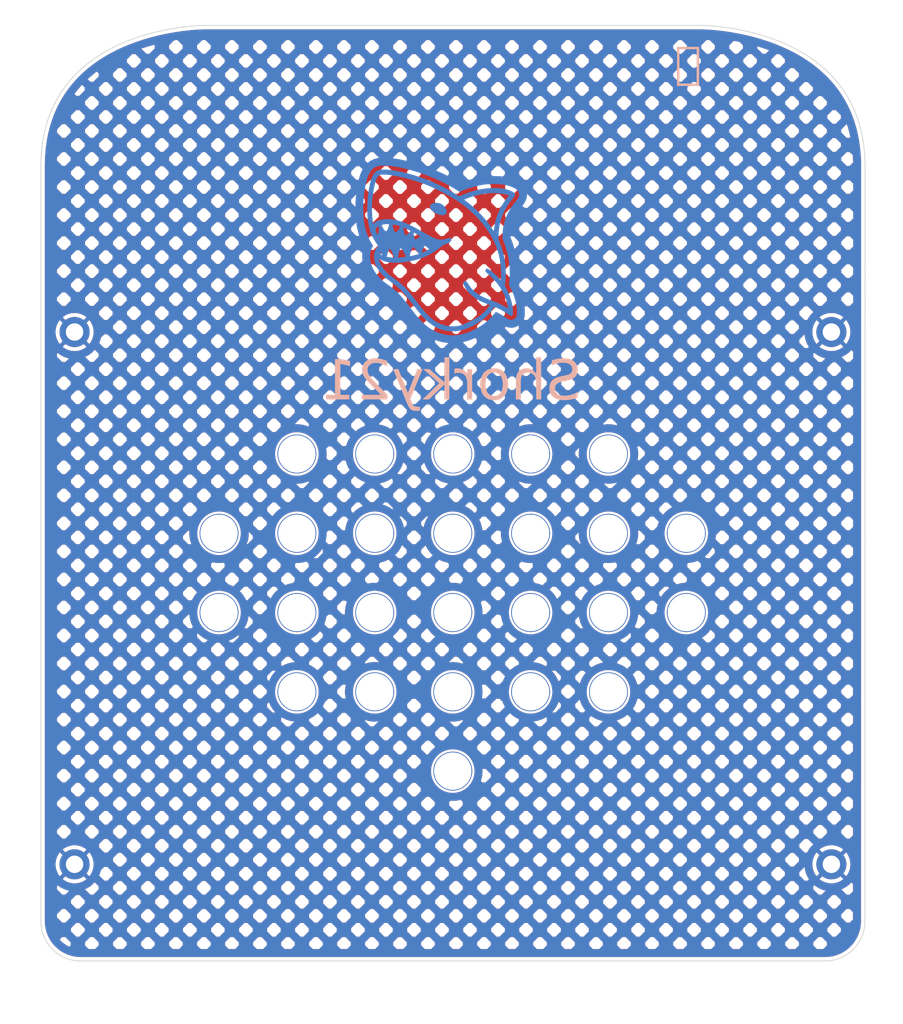
<source format=kicad_pcb>
(kicad_pcb (version 20241229) (generator "pcbnew") (generator_version "9.0")
  (title_block (title "Shorky21") (date "2024-10-05") (rev "1.0") (company "Gzowski.co.uk"))
  (layers (0 "F.Cu" signal) (2 "B.Cu" signal) (13 "F.Paste" user) (15 "B.Paste" user) (5 "F.SilkS" user "F.Silkscreen") (7 "B.SilkS" user "B.Silkscreen") (1 "F.Mask" user) (3 "B.Mask" user) (25 "Edge.Cuts" user))
  (net 0 "")
  (net 1 "GND")
  (footprint "" (layer "F.Cu") (at 92.915 95.24)
    (property "Reference" "" (at 0 0 0) (layer "F.SilkS") (effects (font (size 1.27 1.27))))
    (property "Value" "")
    (pad "" thru_hole circle (at -1.2 0 90) (size 4.9 4.9) (drill 4.7) (layers "*.Cu" "*.Mask") (clearance 0.3))
  )
  (footprint "" (layer "F.Cu") (at 25.532 126.997)
    (property "Reference" "" (at 0 0 0) (layer "F.SilkS") (effects (font (size 1.27 1.27))))
    (property "Value" "")
    (pad "1" thru_hole circle (at -1.2 0) (size 3.8 3.8) (drill 2.2) (layers "*.Cu" "*.Mask") (net 1 "GND"))
  )
  (footprint "" (layer "F.Cu") (at 73.265 105.24)
    (property "Reference" "" (at 0 0 0) (layer "F.SilkS") (effects (font (size 1.27 1.27))))
    (property "Value" "")
    (pad "" thru_hole circle (at -1.2 0 90) (size 4.9 4.9) (drill 4.7) (layers "*.Cu" "*.Mask") (clearance 0.3))
  )
  (footprint "" (layer "F.Cu") (at 92.915 105.24)
    (property "Reference" "" (at 0 0 0) (layer "F.SilkS") (effects (font (size 1.27 1.27))))
    (property "Value" "")
    (pad "" thru_hole circle (at -1.2 0 90) (size 4.9 4.9) (drill 4.7) (layers "*.Cu" "*.Mask") (clearance 0.3))
  )
  (footprint "" (layer "F.Cu") (at 53.59 75.24)
    (property "Reference" "" (at 0 0 0) (layer "F.SilkS") (effects (font (size 1.27 1.27))))
    (property "Value" "")
    (pad "" thru_hole circle (at -1.2 0 90) (size 4.9 4.9) (drill 4.7) (layers "*.Cu" "*.Mask") (clearance 0.3))
  )
  (footprint "" (layer "F.Cu") (at 73.265 95.24)
    (property "Reference" "" (at 0 0 0) (layer "F.SilkS") (effects (font (size 1.27 1.27))))
    (property "Value" "")
    (pad "" thru_hole circle (at -1.2 0 90) (size 4.9 4.9) (drill 4.7) (layers "*.Cu" "*.Mask") (clearance 0.3))
  )
  (footprint "" (layer "F.Cu") (at 102.74 95.24)
    (property "Reference" "" (at 0 0 0) (layer "F.SilkS") (effects (font (size 1.27 1.27))))
    (property "Value" "")
    (pad "" thru_hole circle (at -1.2 0 90) (size 4.9 4.9) (drill 4.7) (layers "*.Cu" "*.Mask") (clearance 0.3))
  )
  (footprint "" (layer "F.Cu") (at 63.415 105.24)
    (property "Reference" "" (at 0 0 0) (layer "F.SilkS") (effects (font (size 1.27 1.27))))
    (property "Value" "")
    (pad "" thru_hole circle (at -1.2 0 90) (size 4.9 4.9) (drill 4.7) (layers "*.Cu" "*.Mask") (clearance 0.3))
  )
  (footprint "" (layer "F.Cu") (at 92.915 75.24)
    (property "Reference" "" (at 0 0 0) (layer "F.SilkS") (effects (font (size 1.27 1.27))))
    (property "Value" "")
    (pad "" thru_hole circle (at -1.2 0 90) (size 4.9 4.9) (drill 4.7) (layers "*.Cu" "*.Mask") (clearance 0.3))
  )
  (footprint "" (layer "F.Cu") (at 43.765 95.24)
    (property "Reference" "" (at 0 0 0) (layer "F.SilkS") (effects (font (size 1.27 1.27))))
    (property "Value" "")
    (pad "" thru_hole circle (at -1.2 0 90) (size 4.9 4.9) (drill 4.7) (layers "*.Cu" "*.Mask") (clearance 0.3))
  )
  (footprint "" (layer "F.Cu") (at 83.09 95.24)
    (property "Reference" "" (at 0 0 0) (layer "F.SilkS") (effects (font (size 1.27 1.27))))
    (property "Value" "")
    (pad "" thru_hole circle (at -1.2 0 90) (size 4.9 4.9) (drill 4.7) (layers "*.Cu" "*.Mask") (clearance 0.3))
  )
  (footprint "" (layer "F.Cu") (at 83.09 75.24)
    (property "Reference" "" (at 0 0 0) (layer "F.SilkS") (effects (font (size 1.27 1.27))))
    (property "Value" "")
    (pad "" thru_hole circle (at -1.2 0 90) (size 4.9 4.9) (drill 4.7) (layers "*.Cu" "*.Mask") (clearance 0.3))
  )
  (footprint "" (layer "F.Cu") (at 63.415 75.24)
    (property "Reference" "" (at 0 0 0) (layer "F.SilkS") (effects (font (size 1.27 1.27))))
    (property "Value" "")
    (pad "" thru_hole circle (at -1.2 0 90) (size 4.9 4.9) (drill 4.7) (layers "*.Cu" "*.Mask") (clearance 0.3))
  )
  (footprint "" (layer "F.Cu") (at 53.59 85.24)
    (property "Reference" "" (at 0 0 0) (layer "F.SilkS") (effects (font (size 1.27 1.27))))
    (property "Value" "")
    (pad "" thru_hole circle (at -1.2 0 90) (size 4.9 4.9) (drill 4.7) (layers "*.Cu" "*.Mask") (clearance 0.3))
  )
  (footprint "" (layer "F.Cu") (at 43.765 85.24)
    (property "Reference" "" (at 0 0 0) (layer "F.SilkS") (effects (font (size 1.27 1.27))))
    (property "Value" "")
    (pad "" thru_hole circle (at -1.2 0 90) (size 4.9 4.9) (drill 4.7) (layers "*.Cu" "*.Mask") (clearance 0.3))
  )
  (footprint "" (layer "F.Cu") (at 63.415 95.24)
    (property "Reference" "" (at 0 0 0) (layer "F.SilkS") (effects (font (size 1.27 1.27))))
    (property "Value" "")
    (pad "" thru_hole circle (at -1.2 0 90) (size 4.9 4.9) (drill 4.7) (layers "*.Cu" "*.Mask") (clearance 0.3))
  )
  (footprint "" (layer "F.Cu") (at 92.915 85.24)
    (property "Reference" "" (at 0 0 0) (layer "F.SilkS") (effects (font (size 1.27 1.27))))
    (property "Value" "")
    (pad "" thru_hole circle (at -1.2 0 90) (size 4.9 4.9) (drill 4.7) (layers "*.Cu" "*.Mask") (clearance 0.3))
  )
  (footprint "" (layer "F.Cu") (at 53.59 105.24)
    (property "Reference" "" (at 0 0 0) (layer "F.SilkS") (effects (font (size 1.27 1.27))))
    (property "Value" "")
    (pad "" thru_hole circle (at -1.2 0 90) (size 4.9 4.9) (drill 4.7) (layers "*.Cu" "*.Mask") (clearance 0.3))
  )
  (footprint "" (layer "F.Cu") (at 83.09 105.24)
    (property "Reference" "" (at 0 0 0) (layer "F.SilkS") (effects (font (size 1.27 1.27))))
    (property "Value" "")
    (pad "" thru_hole circle (at -1.2 0 90) (size 4.9 4.9) (drill 4.7) (layers "*.Cu" "*.Mask") (clearance 0.3))
  )
  (footprint "" (layer "F.Cu") (at 25.532 59.856998)
    (property "Reference" "" (at 0 0 0) (layer "F.SilkS") (effects (font (size 1.27 1.27))))
    (property "Value" "")
    (pad "1" thru_hole circle (at -1.2 0) (size 3.8 3.8) (drill 2.2) (layers "*.Cu" "*.Mask") (net 1 "GND"))
  )
  (footprint "" (layer "F.Cu") (at 63.415 85.24)
    (property "Reference" "" (at 0 0 0) (layer "F.SilkS") (effects (font (size 1.27 1.27))))
    (property "Value" "")
    (pad "" thru_hole circle (at -1.2 0 90) (size 4.9 4.9) (drill 4.7) (layers "*.Cu" "*.Mask") (clearance 0.3))
  )
  (footprint "" (layer "F.Cu") (at 53.59 95.24)
    (property "Reference" "" (at 0 0 0) (layer "F.SilkS") (effects (font (size 1.27 1.27))))
    (property "Value" "")
    (pad "" thru_hole circle (at -1.2 0 90) (size 4.9 4.9) (drill 4.7) (layers "*.Cu" "*.Mask") (clearance 0.3))
  )
  (footprint "" (layer "F.Cu") (at 102.74 85.24)
    (property "Reference" "" (at 0 0 0) (layer "F.SilkS") (effects (font (size 1.27 1.27))))
    (property "Value" "")
    (pad "" thru_hole circle (at -1.2 0 90) (size 4.9 4.9) (drill 4.7) (layers "*.Cu" "*.Mask") (clearance 0.3))
  )
  (footprint "" (layer "F.Cu") (at 118.652 126.997002)
    (property "Reference" "" (at 0 0 0) (layer "F.SilkS") (effects (font (size 1.27 1.27))))
    (property "Value" "")
    (pad "1" thru_hole circle (at 1.2 0) (size 3.8 3.8) (drill 2.2) (layers "*.Cu" "*.Mask") (net 1 "GND"))
  )
  (footprint "" (layer "F.Cu") (at 73.265 75.24)
    (property "Reference" "" (at 0 0 0) (layer "F.SilkS") (effects (font (size 1.27 1.27))))
    (property "Value" "")
    (pad "" thru_hole circle (at -1.2 0 90) (size 4.9 4.9) (drill 4.7) (layers "*.Cu" "*.Mask") (clearance 0.3))
  )
  (footprint "" (layer "F.Cu") (at 83.09 85.24)
    (property "Reference" "" (at 0 0 0) (layer "F.SilkS") (effects (font (size 1.27 1.27))))
    (property "Value" "")
    (pad "" thru_hole circle (at -1.2 0 90) (size 4.9 4.9) (drill 4.7) (layers "*.Cu" "*.Mask") (clearance 0.3))
  )
  (footprint "" (layer "F.Cu") (at 118.652 59.857)
    (property "Reference" "" (at 0 0 0) (layer "F.SilkS") (effects (font (size 1.27 1.27))))
    (property "Value" "")
    (pad "1" thru_hole circle (at 1.2 0) (size 3.8 3.8) (drill 2.2) (layers "*.Cu" "*.Mask") (net 1 "GND"))
  )
  (footprint "" (layer "F.Cu") (at 73.265 85.24)
    (property "Reference" "" (at 0 0 0) (layer "F.SilkS") (effects (font (size 1.27 1.27))))
    (property "Value" "")
    (pad "" thru_hole circle (at -1.2 0 90) (size 4.9 4.9) (drill 4.7) (layers "*.Cu" "*.Mask") (clearance 0.3))
  )
  (footprint "" (layer "F.Cu") (at 72.065 115.24)
    (property "Reference" "" (at 0 0 0) (layer "F.SilkS") (effects (font (size 1.27 1.27))))
    (property "Value" "")
    (pad "" thru_hole circle (at 0 0 90) (size 4.9 4.9) (drill 4.7) (layers "*.Cu" "*.Mask") (clearance 0.3))
  )
  (footprint "LOGO" (layer "B.Cu") (at 70.524 49.399 180)
    (property "Reference" "G***" (hide yes))
    (property "Value" "LOGO" (hide yes))
  )
  (footprint "LOGO" (layer "B.Cu") (at 70.524 49.399 180)
    (property "Reference" "G***" (hide yes))
    (property "Value" "LOGO" (hide yes))
    (fp_poly (pts (xy 0.750539 5.834671) (xy 0.944606 5.787225) (xy 1.116847 5.70817) (xy 1.17399 5.670566) (xy 1.271432 5.577637) (xy 1.326924 5.469212) (xy 1.34225 5.352807) (xy 1.319348 5.223874) (xy 1.256938 5.090087) (xy 1.159969 4.955162) (xy 1.033391 4.822815) (xy 0.882154 4.69676) (xy 0.711208 4.580714) (xy 0.525501 4.478391) (xy 0.329985 4.393509) (xy 0.129608 4.329781) (xy -0.070679 4.290924) (xy -0.072678 4.290672) (xy -0.157931 4.280305) (xy -0.222867 4.273021) (xy -0.25701 4.269972) (xy -0.259746 4.270115) (xy -0.280302 4.274686) (xy -0.332292 4.283316) (xy -0.374406 4.289698) (xy -0.524332 4.328588) (xy -0.638895 4.395412) (xy -0.717582 4.4892) (xy -0.759877 4.608981) (xy -0.765268 4.753784) (xy -0.733239 4.922638) (xy -0.724756 4.951343) (xy -0.647535 5.134363) (xy -0.534164 5.312511) (xy -0.393437 5.475426) (xy -0.234147 5.612752) (xy -0.085722 5.704142) (xy 0.116516 5.785243) (xy 0.328581 5.833891) (xy 0.54256 5.850297)) (fill yes) (layer "B.Cu"))
    (fp_poly (pts (xy 7.236 10.033781) (xy 7.390501 10.029102) (xy 7.529072 10.021492) (xy 7.64248 10.011149) (xy 7.721489 9.998272) (xy 7.730926 9.995819) (xy 7.938836 9.9209) (xy 8.118665 9.819942) (xy 8.275196 9.688655) (xy 8.413217 9.522753) (xy 8.537513 9.317949) (xy 8.578621 9.236364) (xy 8.637558 9.110323) (xy 8.6871 8.994238) (xy 8.730821 8.877717) (xy 8.772293 8.750369) (xy 8.815091 8.601802) (xy 8.862788 8.421625) (xy 8.874446 8.376114) (xy 9.010635 7.767266) (xy 9.116715 7.126661) (xy 9.192765 6.453648) (xy 9.238868 5.747578) (xy 9.251534 5.342603) (xy 9.250859 4.735988) (xy 9.223742 4.164197) (xy 9.169567 3.624868) (xy 9.08772 3.115638) (xy 8.977587 2.634143) (xy 8.838553 2.178022) (xy 8.670004 1.744913) (xy 8.471325 1.332451) (xy 8.241902 0.938276) (xy 8.022097 0.615614) (xy 7.876826 0.416255) (xy 8.002922 0.243591) (xy 8.11599 0.072462) (xy 8.216763 -0.111362) (xy 8.297799 -0.293084) (xy 8.347396 -0.441444) (xy 8.364334 -0.518526) (xy 8.375859 -0.60764) (xy 8.382673 -0.718165) (xy 8.385479 -0.859483) (xy 8.385579 -0.950802) (xy 8.380212 -1.169441) (xy 8.363881 -1.358544) (xy 8.333786 -1.53311) (xy 8.287124 -1.708139) (xy 8.221095 -1.898628) (xy 8.196747 -1.961909) (xy 8.064471 -2.250196) (xy 7.89342 -2.543476) (xy 7.688727 -2.835703) (xy 7.455525 -3.12083) (xy 7.198949 -3.392809) (xy 6.924131 -3.645593) (xy 6.636206 -3.873135) (xy 6.485263 -3.977982) (xy 6.335954 -4.080091) (xy 6.168888 -4.199871) (xy 5.992329 -4.330937) (xy 5.814544 -4.466902) (xy 5.643798 -4.60138) (xy 5.488357 -4.727987) (xy 5.356487 -4.840334) (xy 5.282259 -4.90742) (xy 5.207479 -4.976828) (xy 5.139352 -5.038961) (xy 5.088693 -5.083996) (xy 5.07506 -5.095588) (xy 5.026233 -5.141448) (xy 4.953422 -5.217288) (xy 4.861136 -5.317898) (xy 4.753882 -5.43807) (xy 4.636168 -5.572594) (xy 4.512502 -5.716262) (xy 4.38739 -5.863865) (xy 4.265342 -6.010194) (xy 4.150864 -6.15004) (xy 4.048464 -6.278193) (xy 4.01827 -6.316799) (xy 3.947761 -6.406576) (xy 3.87646 -6.495787) (xy 3.81624 -6.569626) (xy 3.798413 -6.590953) (xy 3.760336 -6.637817) (xy 3.700149 -6.714132) (xy 3.623033 -6.813224) (xy 3.534172 -6.928416) (xy 3.438748 -7.053035) (xy 3.392001 -7.114416) (xy 3.13789 -7.445866) (xy 2.905472 -7.742693) (xy 2.691734 -8.008215) (xy 2.493662 -8.245749) (xy 2.308243 -8.458613) (xy 2.132463 -8.650125) (xy 1.963309 -8.823602) (xy 1.797768 -8.982362) (xy 1.632825 -9.129723) (xy 1.465468 -9.269002) (xy 1.358288 -9.353435) (xy 0.970213 -9.628437) (xy 0.575184 -9.859062) (xy 0.171648 -10.045885) (xy -0.241947 -10.189481) (xy -0.667154 -10.290426) (xy -1.105525 -10.349294) (xy -1.369609 -10.364482) (xy -1.498447 -10.367571) (xy -1.619786 -10.369014) (xy -1.722355 -10.368779) (xy -1.794886 -10.366833) (xy -1.811053 -10.365745) (xy -2.184606 -10.321134) (xy -2.547637 -10.253356) (xy -2.906428 -10.160299) (xy -3.267262 -10.039854) (xy -3.63642 -9.88991) (xy -4.020186 -9.708358) (xy -4.424842 -9.493087) (xy -4.448397 -9.479908) (xy -4.907895 -9.199038) (xy -5.332993 -8.890571) (xy -5.72721 -8.551649) (xy -6.094066 -8.179413) (xy -6.207624 -8.05121) (xy -6.30321 -7.937657) (xy -6.407686 -7.808799) (xy -6.513523 -7.674352) (xy -6.613193 -7.544031) (xy -6.699166 -7.427549) (xy -6.763913 -7.334622) (xy -6.769231 -7.32654) (xy -6.803612 -7.273885) (xy -7.14276 -7.428134) (xy -7.476651 -7.586654) (xy -7.775913 -7.743573) (xy -8.050585 -7.904686) (xy -8.310708 -8.075793) (xy -8.497136 -8.210312) (xy -8.636759 -8.3095) (xy -8.750518 -8.377066) (xy -8.843734 -8.414211) (xy -8.92173 -8.422137) (xy -8.989825 -8.402046) (xy -9.053343 -8.35514) (xy -9.069056 -8.339442) (xy -9.134493 -8.271012) (xy -9.133 -7.8708) (xy -9.130447 -7.684685) (xy -9.12361 -7.529596) (xy -9.116634 -7.450513) (xy -8.509315 -7.450513) (xy -8.507449 -7.47131) (xy -8.48613 -7.463867) (xy -8.436956 -7.437092) (xy -8.369929 -7.396489) (xy -8.359344 -7.389795) (xy -8.114231 -7.240668) (xy -7.856509 -7.097574) (xy -7.580667 -6.957934) (xy -7.281194 -6.81917) (xy -6.952579 -6.678702) (xy -6.589312 -6.533953) (xy -6.282724 -6.418032) (xy -5.944646 -6.288971) (xy -5.644935 -6.165929) (xy -5.377632 -6.045694) (xy -5.13678 -5.925052) (xy -4.916421 -5.800791) (xy -4.710597 -5.669697) (xy -4.513349 -5.528557) (xy -4.31872 -5.374158) (xy -4.267618 -5.331283) (xy -4.148672 -5.224876) (xy -4.034402 -5.110186) (xy -3.920675 -4.982005) (xy -3.803355 -4.83512) (xy -3.678308 -4.664321) (xy -3.541401 -4.464398) (xy -3.388498 -4.230139) (xy -3.365872 -4.194764) (xy -3.312114 -4.118122) (xy -3.26448 -4.071673) (xy -3.210655 -4.044263) (xy -3.193616 -4.038725) (xy -3.087358 -4.027643) (xy -2.992653 -4.05995) (xy -2.919554 -4.12626) (xy -2.885852 -4.196784) (xy -2.880189 -4.289283) (xy -2.903165 -4.406402) (xy -2.955378 -4.550783) (xy -3.037425 -4.725069) (xy -3.068563 -4.78474) (xy -3.25393 -5.09077) (xy -3.476758 -5.381426) (xy -3.738712 -5.658427) (xy -4.041458 -5.92349) (xy -4.386664 -6.178333) (xy -4.482354 -6.242327) (xy -4.695636 -6.376643) (xy -4.904247 -6.495544) (xy -5.118995 -6.604326) (xy -5.350687 -6.708284) (xy -5.610132 -6.812712) (xy -5.766868 -6.871639) (xy -5.901387 -6.921822) (xy -6.020316 -6.967379) (xy -6.117507 -7.005856) (xy -6.186812 -7.0348) (xy -6.222085 -7.051758) (xy -6.22529 -7.054594) (xy -6.211784 -7.081545) (xy -6.174311 -7.136802) (xy -6.117896 -7.213893) (xy -6.047563 -7.306346) (xy -5.968335 -7.407688) (xy -5.885237 -7.511448) (xy -5.803292 -7.611154) (xy -5.727524 -7.700333) (xy -5.697661 -7.734319) (xy -5.550991 -7.888922) (xy -5.380827 -8.051624) (xy -5.199041 -8.212058) (xy -5.017505 -8.359856) (xy -4.84809 -8.484651) (xy -4.805761 -8.513192) (xy -4.671792 -8.597182) (xy -4.508369 -8.692769) (xy -4.321965 -8.796705) (xy -4.119057 -8.905744) (xy -3.906121 -9.016637) (xy -3.689632 -9.126137) (xy -3.476065 -9.230998) (xy -3.271895 -9.327972) (xy -3.083599 -9.413811) (xy -2.917652 -9.485269) (xy -2.780528 -9.539098) (xy -2.715757 -9.561277) (xy -2.383807 -9.648535) (xy -2.014717 -9.71311) (xy -1.946881 -9.721992) (xy -1.833218 -9.731035) (xy -1.686843 -9.735126) (xy -1.520007 -9.734614) (xy -1.344964 -9.729845) (xy -1.173967 -9.721168) (xy -1.019267 -9.708929) (xy -0.893118 -9.693476) (xy -0.882889 -9.691825) (xy -0.462594 -9.600065) (xy -0.057199 -9.466518) (xy 0.334174 -9.290734) (xy 0.712402 -9.072263) (xy 1.078362 -8.810655) (xy 1.432932 -8.505459) (xy 1.435805 -8.502766) (xy 1.555861 -8.387761) (xy 1.672711 -8.270489) (xy 1.789703 -8.146999) (xy 1.910187 -8.013343) (xy 2.037511 -7.865572) (xy 2.175025 -7.699737) (xy 2.326078 -7.511889) (xy 2.494019 -7.298081) (xy 2.682196 -7.054362) (xy 2.844756 -6.841511) (xy 3.078107 -6.53602) (xy 3.288245 -6.263657) (xy 3.478271 -6.020705) (xy 3.651285 -5.803449) (xy 3.810387 -5.608171) (xy 3.958678 -5.431155) (xy 4.099258 -5.268684) (xy 4.235227 -5.117041) (xy 4.369686 -4.97251) (xy 4.505735 -4.831373) (xy 4.605616 -4.730569) (xy 4.786325 -4.554246) (xy 4.9608 -4.393526) (xy 5.137777 -4.241209) (xy 5.325995 -4.090094) (xy 5.534191 -3.93298) (xy 5.771101 -3.762668) (xy 5.832218 -3.71972) (xy 6.068565 -3.549996) (xy 6.2766 -3.390543) (xy 6.468453 -3.231274) (xy 6.656251 -3.062101) (xy 6.852125 -2.872937) (xy 6.861123 -2.863992) (xy 7.051835 -2.665012) (xy 7.21115 -2.47695) (xy 7.347263 -2.288757) (xy 7.468368 -2.089385) (xy 7.548912 -1.93663) (xy 7.624572 -1.773434) (xy 7.6902 -1.608654) (xy 7.741541 -1.454262) (xy 7.774338 -1.32223) (xy 7.780346 -1.285752) (xy 7.795217 -1.177259) (xy 7.715442 -1.238107) (xy 7.620281 -1.30064) (xy 7.494665 -1.368818) (xy 7.351811 -1.436335) (xy 7.204935 -1.496886) (xy 7.086198 -1.538354) (xy 6.775332 -1.61809) (xy 6.431067 -1.674273) (xy 6.058301 -1.707498) (xy 5.661936 -1.71836) (xy 5.246869 -1.707454) (xy 4.818002 -1.675375) (xy 4.380232 -1.622719) (xy 3.938461 -1.55008) (xy 3.497586 -1.458053) (xy 3.062509 -1.347233) (xy 2.638128 -1.218216) (xy 2.239701 -1.075312) (xy 5.845072 -1.075312) (xy 5.950388 -1.074606) (xy 6.016471 -1.0715) (xy 6.113162 -1.063647) (xy 6.226196 -1.052322) (xy 6.316042 -1.041957) (xy 6.431885 -1.027526) (xy 6.542291 -1.013391) (xy 6.633016 -1.001397) (xy 6.680694 -0.994751) (xy 6.785008 -0.979487) (xy 6.753377 -0.811968) (xy 6.751503 -0.803727) (xy 7.362421 -0.803727) (xy 7.453485 -0.752755) (xy 7.524351 -0.703598) (xy 7.587079 -0.644911) (xy 7.599203 -0.630313) (xy 7.63981 -0.560101) (xy 7.665792 -0.484402) (xy 7.667055 -0.477505) (xy 7.672238 -0.422889) (xy 7.661008 -0.399871) (xy 7.640137 -0.396168) (xy 7.591424 -0.416042) (xy 7.534862 -0.469765) (xy 7.47766 -0.548487) (xy 7.427027 -0.643356) (xy 7.414244 -0.673521) (xy 7.362421 -0.803727) (xy 6.751503 -0.803727) (xy 6.731411 -0.715351) (xy 6.69883 -0.595673) (xy 6.661055 -0.472216) (xy 6.641386 -0.413578) (xy 6.582706 -0.252219) (xy 6.532452 -0.131308) (xy 6.488442 -0.04728) (xy 6.448492 0.003433) (xy 6.410421 0.024398) (xy 6.375725 0.020691) (xy 6.337857 -0.011154) (xy 6.287604 -0.078787) (xy 6.22831 -0.175541) (xy 6.163318 -0.294747) (xy 6.095972 -0.429738) (xy 6.029613 -0.573844) (xy 5.967587 -0.720399) (xy 5.913236 -0.862734) (xy 5.874443 -0.9791) (xy 5.845072 -1.075312) (xy 2.239701 -1.075312) (xy 2.229343 -1.071597) (xy 1.943233 -0.951029) (xy 4.391799 -0.951029) (xy 4.400602 -0.960684) (xy 4.429634 -0.970931) (xy 4.482833 -0.982395) (xy 4.564134 -0.995701) (xy 4.677474 -1.011475) (xy 4.82679 -1.030341) (xy 5.016017 -1.052924) (xy 5.082263 -1.060646) (xy 5.1458 -1.06599) (xy 5.228998 -1.070502) (xy 5.268462 -1.07192) (xy 5.337133 -1.07278) (xy 5.370926 -1.066438) (xy 5.380213 -1.047216) (xy 5.375991 -1.013057) (xy 5.367461 -0.962798) (xy 5.353948 -0.882232) (xy 5.337859 -0.785723) (xy 5.331437 -0.747059) (xy 5.299943 -0.58325) (xy 5.261373 -0.423921) (xy 5.21796 -0.275131) (xy 5.171939 -0.14294) (xy 5.125544 -0.033406) (xy 5.081009 0.04741) (xy 5.040568 0.093449) (xy 5.018421 0.101872) (xy 4.98173 0.084165) (xy 4.928078 0.036461) (xy 4.864931 -0.033113) (xy 4.799752 -0.116433) (xy 4.748057 -0.192424) (xy 4.691483 -0.28777) (xy 4.630508 -0.399958) (xy 4.569067 -0.520606) (xy 4.511096 -0.641334) (xy 4.460533 -0.753761) (xy 4.421311 -0.849505) (xy 4.397369 -0.920185) (xy 4.391799 -0.951029) (xy 1.943233 -0.951029) (xy 1.841053 -0.90797) (xy 1.821345 -0.898929) (xy 1.439487 -0.709337) (xy 1.279451 -0.619231) (xy 2.738852 -0.619231) (xy 2.869203 -0.657482) (xy 2.992907 -0.692305) (xy 3.129885 -0.728389) (xy 3.273055 -0.764141) (xy 3.415336 -0.797964) (xy 3.549649 -0.828265) (xy 3.668911 -0.853447) (xy 3.766043 -0.871918) (xy 3.833964 -0.882081) (xy 3.865593 -0.882342) (xy 3.866147 -0.882032) (xy 3.86613 -0.859325) (xy 3.860284 -0.803219) (xy 3.849826 -0.725041) (xy 3.847701 -0.710531) (xy 3.819955 -0.557452) (xy 3.782205 -0.398025) (xy 3.737181 -0.240139) (xy 3.687613 -0.091684) (xy 3.636231 0.03945) (xy 3.585765 0.145373) (xy 3.538945 0.218194) (xy 3.519347 0.238434) (xy 3.476773 0.255679) (xy 3.423767 0.243307) (xy 3.358593 0.199605) (xy 3.279514 0.122866) (xy 3.184796 0.011379) (xy 3.072703 -0.136567) (xy 2.941498 -0.32268) (xy 2.924426 -0.347601) (xy 2.738852 -0.619231) (xy 1.279451 -0.619231) (xy 1.052191 -0.491276) (xy 0.671153 -0.252207) (xy 0.33383 -0.017518) (xy 1.45468 -0.017518) (xy 1.478445 -0.039495) (xy 1.536463 -0.076812) (xy 1.621894 -0.125795) (xy 1.727899 -0.182771) (xy 1.847642 -0.244065) (xy 1.974284 -0.306002) (xy 2.100986 -0.364909) (xy 2.102406 -0.36555) (xy 2.208037 -0.412741) (xy 2.279288 -0.442896) (xy 2.322839 -0.458061) (xy 2.345369 -0.460282) (xy 2.353557 -0.451607) (xy 2.354366 -0.442759) (xy 2.346958 -0.401087) (xy 2.326948 -0.327035) (xy 2.297659 -0.230606) (xy 2.262413 -0.121804) (xy 2.224532 -0.010634) (xy 2.187339 0.092903) (xy 2.154155 0.178801) (xy 2.129149 0.235394) (xy 2.078606 0.329062) (xy 2.037416 0.385399) (xy 1.998641 0.409316) (xy 1.955343 0.405728) (xy 1.914582 0.387325) (xy 1.862345 0.353684) (xy 1.793421 0.30177) (xy 1.715413 0.238277) (xy 1.635927 0.1699) (xy 1.562569 0.103333) (xy 1.502942 0.045271) (xy 1.464654 0.002408) (xy 1.45468 -0.017518) (xy 0.33383 -0.017518) (xy 0.308066 0.000407) (xy -0.025373 0.259106) (xy -0.124747 0.342682) (xy -0.223278 0.42596) (xy -0.299445 0.48513) (xy -0.364371 0.526556) (xy -0.429179 0.556602) (xy -0.504992 0.581633) (xy -0.576396 0.60111) (xy -0.747072 0.655503) (xy -0.909251 0.725322) (xy -1.056328 0.806247) (xy -1.181699 0.893956) (xy -1.278761 0.984131) (xy -1.340907 1.07245) (xy -1.355881 1.111007) (xy -1.364996 1.203741) (xy -1.346211 1.293379) (xy -1.303884 1.363481) (xy -1.284458 1.380259) (xy -1.217323 1.405917) (xy -1.127205 1.413578) (xy -1.032696 1.403177) (xy -0.965543 1.381397) (xy -0.869189 1.342394) (xy -0.744468 1.300616) (xy -0.607658 1.260832) (xy -0.475035 1.227812) (xy -0.37353 1.207948) (xy -0.210102 1.193578) (xy -0.023089 1.19574) (xy 0.169407 1.213286) (xy 0.349289 1.24507) (xy 0.396167 1.256695) (xy 0.497106 1.285511) (xy 0.599657 1.318899) (xy 0.706985 1.358456) (xy 0.822253 1.405777) (xy 0.948623 1.462457) (xy 1.08926 1.530092) (xy 1.247327 1.610278) (xy 1.304467 1.640448) (xy 2.591561 1.640448) (xy 2.600377 1.614936) (xy 2.638736 1.570653) (xy 2.698727 1.514265) (xy 2.772439 1.452443) (xy 2.851964 1.391854) (xy 2.929391 1.339166) (xy 2.990507 1.304131) (xy 3.079095 1.261765) (xy 3.139055 1.240834) (xy 3.181366 1.240837) (xy 3.21701 1.261276) (xy 3.24847 1.292403) (xy 3.280997 1.339492) (xy 3.309111 1.408768) (xy 3.334616 1.506624) (xy 3.359318 1.639457) (xy 3.374591 1.739205) (xy 3.386423 1.839309) (xy 3.393151 1.934871) (xy 3.394601 2.015861) (xy 3.390603 2.072252) (xy 3.380984 2.094015) (xy 3.380674 2.094029) (xy 3.351771 2.083024) (xy 3.291703 2.052908) (xy 3.208028 2.008027) (xy 3.108308 1.952724) (xy 3.000102 1.891347) (xy 2.89097 1.82824) (xy 2.788473 1.767749) (xy 2.700169 1.71422) (xy 2.633621 1.671998) (xy 2.596386 1.645428) (xy 2.591561 1.640448) (xy 1.304467 1.640448) (xy 1.425987 1.70461) (xy 1.628403 1.814684) (xy 1.85774 1.942095) (xy 2.11716 2.08844) (xy 2.409827 2.255313) (xy 2.464526 2.286706) (xy 3.807309 2.286706) (xy 3.833378 2.233312) (xy 3.882807 2.161745) (xy 3.950837 2.078479) (xy 4.032708 1.989991) (xy 4.089765 1.933991) (xy 4.198807 1.838612) (xy 4.287365 1.779466) (xy 4.359968 1.755045) (xy 4.421148 1.763843) (xy 4.475433 1.804353) (xy 4.476402 1.805392) (xy 4.515873 1.868296) (xy 4.554957 1.966502) (xy 4.591308 2.090076) (xy 4.622579 2.229085) (xy 4.646423 2.373598) (xy 4.660494 2.513681) (xy 4.663286 2.596433) (xy 4.663457 2.725308) (xy 4.436277 2.624581) (xy 4.312019 2.568379) (xy 4.185905 2.509397) (xy 4.065872 2.451549) (xy 3.959859 2.398752) (xy 3.875805 2.354918) (xy 3.821649 2.323962) (xy 3.809361 2.31545) (xy 3.807309 2.286706) (xy 2.464526 2.286706) (xy 2.655123 2.396093) (xy 3.141569 2.667909) (xy 3.498932 2.854498) (xy 5.093803 2.854498) (xy 5.107738 2.797764) (xy 5.144959 2.71549) (xy 5.199686 2.616849) (xy 5.266138 2.511016) (xy 5.338536 2.407166) (xy 5.4111 2.314472) (xy 5.478049 2.242109) (xy 5.481887 2.238498) (xy 5.566303 2.166111) (xy 5.631423 2.128232) (xy 5.685364 2.123332) (xy 5.736243 2.149885) (xy 5.772086 2.183895) (xy 5.823315 2.257987) (xy 5.876025 2.368923) (xy 5.927096 2.508506) (xy 5.973411 2.668538) (xy 6.00052 2.784492) (xy 6.025512 2.90603) (xy 6.039695 2.990238) (xy 6.042408 3.043908) (xy 6.032989 3.073834) (xy 6.010776 3.086811) (xy 5.975109 3.089632) (xy 5.97081 3.089617) (xy 5.901794 3.083708) (xy 5.807409 3.06812) (xy 5.695624 3.04499) (xy 5.574407 3.016453) (xy 5.451725 2.984646) (xy 5.335545 2.951704) (xy 5.233837 2.919763) (xy 5.154567 2.890961) (xy 5.105704 2.867432) (xy 5.093803 2.854498) (xy 3.498932 2.854498) (xy 3.600313 2.907432) (xy 4.03428 3.115715) (xy 4.132176 3.158021) (xy 6.495095 3.158021) (xy 6.510426 3.073128) (xy 6.547605 2.900599) (xy 6.594872 2.732653) (xy 6.648944 2.578113) (xy 6.706539 2.445802) (xy 6.764374 2.344542) (xy 6.796813 2.303431) (xy 6.85244 2.262093) (xy 6.910205 2.25923) (xy 6.975925 2.295961) (xy 7.032543 2.348708) (xy 7.192492 2.548061) (xy 7.221992 2.600889) (xy 7.801553 2.600889) (xy 7.8032 2.448378) (xy 7.804204 2.410963) (xy 7.809331 2.309153) (xy 7.818346 2.198151) (xy 7.830073 2.087018) (xy 7.843337 1.984814) (xy 7.856962 1.900598) (xy 7.869772 1.84343) (xy 7.880588 1.822371) (xy 7.903082 1.838662) (xy 7.942743 1.880568) (xy 7.974491 1.918583) (xy 8.078898 2.066149) (xy 8.151287 2.210655) (xy 8.182574 2.30108) (xy 8.203154 2.417834) (xy 8.188427 2.524395) (xy 8.135917 2.633092) (xy 8.107422 2.674933) (xy 8.055695 2.736876) (xy 7.991796 2.800384) (xy 7.926355 2.856319) (xy 7.870002 2.895539) (xy 7.835199 2.909002) (xy 7.821374 2.887249) (xy 7.810951 2.825317) (xy 7.80424 2.7282) (xy 7.801553 2.600889) (xy 7.221992 2.600889) (xy 7.320468 2.777236) (xy 7.337883 2.81664) (xy 7.379381 2.919467) (xy 7.399176 2.9897) (xy 7.396039 3.035128) (xy 7.368742 3.06354) (xy 7.316059 3.082722) (xy 7.295142 3.087837) (xy 7.188284 3.107926) (xy 7.052831 3.126745) (xy 6.905462 3.142518) (xy 6.762855 3.153469) (xy 6.641689 3.157824) (xy 6.63761 3.157836) (xy 6.495095 3.158021) (xy 4.132176 3.158021) (xy 4.446395 3.293811) (xy 4.839583 3.442774) (xy 5.216768 3.563656) (xy 5.580875 3.657511) (xy 5.934828 3.725391) (xy 6.281553 3.76835) (xy 6.508466 3.783591) (xy 6.805709 3.785513) (xy 7.100086 3.765791) (xy 7.382416 3.725837) (xy 7.643514 3.667068) (xy 7.874196 3.590895) (xy 7.939868 3.563176) (xy 8.06151 3.501011) (xy 8.186319 3.424311) (xy 8.301533 3.341895) (xy 8.394389 3.262581) (xy 8.431011 3.223825) (xy 8.469843 3.181501) (xy 8.495206 3.160952) (xy 8.498989 3.160838) (xy 8.5066 3.188033) (xy 8.517941 3.252925) (xy 8.532062 3.348177) (xy 8.548015 3.466454) (xy 8.56485 3.600418) (xy 8.581618 3.742733) (xy 8.597371 3.886063) (xy 8.611158 4.02307) (xy 8.612838 4.040909) (xy 8.656257 4.732972) (xy 8.659202 5.437573) (xy 8.622052 6.147724) (xy 8.545181 6.856435) (xy 8.428968 7.556718) (xy 8.421393 7.595098) (xy 8.348977 7.940126) (xy 8.277325 8.242078) (xy 8.205507 8.503127) (xy 8.132593 8.725441) (xy 8.057651 8.91119) (xy 7.979751 9.062545) (xy 7.897964 9.181676) (xy 7.811358 9.270753) (xy 7.719002 9.331945) (xy 7.667256 9.353865) (xy 7.579862 9.373858) (xy 7.455589 9.38763) (xy 7.302393 9.39525) (xy 7.128232 9.396789) (xy 6.941063 9.39232) (xy 6.748842 9.381911) (xy 6.559528 9.365636) (xy 6.381076 9.343563) (xy 6.372637 9.342317) (xy 5.837624 9.25634) (xy 5.323582 9.160244) (xy 4.820006 9.051503) (xy 4.316391 8.92759) (xy 3.802233 8.785979) (xy 3.267025 8.624144) (xy 2.914163 8.51062) (xy 2.444479 8.35082) (xy 1.99543 8.186139) (xy 1.556063 8.012051) (xy 1.115425 7.824025) (xy 0.662562 7.617535) (xy 0.186521 7.388051) (xy 0.124509 7.357359) (xy -0.549939 7.010055) (xy -1.183211 6.657534) (xy -1.779337 6.297094) (xy -2.34235 5.926029) (xy -2.876279 5.541637) (xy -3.385155 5.141212) (xy -3.873009 4.722052) (xy -4.064779 4.547039) (xy -4.465325 4.155766) (xy -4.856626 3.735476) (xy -5.233871 3.292585) (xy -5.592254 2.83351) (xy -5.926966 2.364668) (xy -6.233198 1.892477) (xy -6.506142 1.423352) (xy -6.725587 0.996078) (xy -6.950056 0.49179) (xy -7.140646 -0.014364) (xy -7.298912 -0.528622) (xy -7.426406 -1.057223) (xy -7.524682 -1.606403) (xy -7.595292 -2.182401) (xy -7.631387 -2.641549) (xy -7.63732 -2.765734) (xy -7.641337 -2.908065) (xy -7.643545 -3.062145) (xy -7.644049 -3.221576) (xy -7.642956 -3.37996) (xy -7.640372 -3.5309) (xy -7.636405 -3.667998) (xy -7.631161 -3.784856) (xy -7.624745 -3.875078) (xy -7.617265 -3.932264) (xy -7.609604 -3.950202) (xy -7.589447 -3.932981) (xy -7.555387 -3.889675) (xy -7.538504 -3.865309) (xy -7.488721 -3.801072) (xy -7.410349 -3.712631) (xy -7.30902 -3.605426) (xy -7.19037 -3.484896) (xy -7.060031 -3.35648) (xy -6.923638 -3.225616) (xy -6.786824 -3.097744) (xy -6.655224 -2.978303) (xy -6.534471 -2.872732) (xy -6.4302 -2.78647) (xy -6.384202 -2.75093) (xy -6.233956 -2.641016) (xy -6.112952 -2.558866) (xy -6.016166 -2.502651) (xy -5.938575 -2.470539) (xy -5.875156 -2.460702) (xy -5.820885 -2.471309) (xy -5.770739 -2.50053) (xy -5.748222 -2.519228) (xy -5.69575 -2.580689) (xy -5.671071 -2.655204) (xy -5.66739 -2.683355) (xy -5.665705 -2.744344) (xy -5.676989 -2.799884) (xy -5.70559 -2.856138) (xy -5.755857 -2.919269) (xy -5.832138 -2.99544) (xy -5.938782 -3.090816) (xy -5.979849 -3.126242) (xy -6.073464 -3.209072) (xy -6.188382 -3.314652) (xy -6.314315 -3.433305) (xy -6.440972 -3.555349) (xy -6.542776 -3.655785) (xy -6.93448 -4.074683) (xy -7.283087 -4.505493) (xy -7.589596 -4.949864) (xy -7.85501 -5.409443) (xy -8.080327 -5.88588) (xy -8.266549 -6.380823) (xy -8.339912 -6.617073) (xy -8.365095 -6.710693) (xy -8.392287 -6.823413) (xy -8.419911 -6.947191) (xy -8.44639 -7.073986) (xy -8.470147 -7.195757) (xy -8.489605 -7.304463) (xy -8.503186 -7.392062) (xy -8.509315 -7.450513) (xy -9.116634 -7.450513) (xy -9.111419 -7.391395) (xy -9.092804 -7.255946) (xy -9.081246 -7.187611) (xy -8.96983 -6.672283) (xy -8.820938 -6.164541) (xy -8.637361 -5.67212) (xy -8.421888 -5.202755) (xy -8.252402 -4.890037) (xy -8.192882 -4.78649) (xy -8.153137 -4.71285) (xy -8.12996 -4.660017) (xy -8.12014 -4.618889) (xy -8.12047 -4.580365) (xy -8.127604 -4.536072) (xy -8.151743 -4.378621) (xy -8.172747 -4.183672) (xy -8.190397 -3.958907) (xy -8.204475 -3.712011) (xy -8.214759 -3.450665) (xy -8.221032 -3.182554) (xy -8.223074 -2.91536) (xy -8.220666 -2.656768) (xy -8.213588 -2.414461) (xy -8.201621 -2.196122) (xy -8.196338 -2.127986) (xy -8.127337 -1.541589) (xy -8.019791 -0.946484) (xy -7.876284 -0.352889) (xy -7.699401 0.228973) (xy -7.491727 0.788884) (xy -7.409206 0.984759) (xy -7.305651 1.22246) (xy -7.32007 1.70918) (xy -7.330568 1.994131) (xy -7.344789 2.244113) (xy -7.364011 2.469369) (xy -7.389512 2.68014) (xy -7.422567 2.886668) (xy -7.464454 3.099194) (xy -7.516449 3.32796) (xy -7.527743 3.374791) (xy -7.670404 3.874) (xy -7.853067 4.360312) (xy -8.077437 4.837722) (xy -8.345217 5.310222) (xy -8.372303 5.353922) (xy -8.445765 5.470236) (xy -8.515313 5.57686) (xy -8.585149 5.679453) (xy -8.659471 5.783676) (xy -8.742481 5.895185) (xy -8.838379 6.019642) (xy -8.951365 6.162706) (xy -9.085638 6.330034) (xy -9.219383 6.495246) (xy -9.320077 6.630829) (xy -9.383624 6.746461) (xy -9.388013 6.762785) (xy -8.62324 6.762785) (xy -8.619181 6.748481) (xy -8.603434 6.722738) (xy -8.572283 6.680373) (xy -8.522007 6.616198) (xy -8.448889 6.525029) (xy -8.396818 6.460547) (xy -8.08676 6.047498) (xy -7.801958 5.608419) (xy -7.545566 5.149835) (xy -7.320738 4.678269) (xy -7.130629 4.200247) (xy -6.978395 3.722291) (xy -6.882892 3.329488) (xy -6.86158 3.219743) (xy -6.838072 3.087114) (xy -6.813695 2.940409) (xy -6.789774 2.788435) (xy -6.767636 2.639998) (xy -6.748607 2.503906) (xy -6.734012 2.388964) (xy -6.725179 2.303981) (xy -6.723149 2.268608) (xy -6.712799 2.26827) (xy -6.687155 2.29951) (xy -6.673462 2.32041) (xy -6.642575 2.3693) (xy -6.593463 2.446186) (xy -6.532531 2.541076) (xy -6.466184 2.643974) (xy -6.456665 2.658701) (xy -6.138054 3.123002) (xy -5.783455 3.585428) (xy -5.390376 4.049002) (xy -4.956325 4.516749) (xy -4.766121 4.710254) (xy -4.477057 4.99396) (xy -4.203532 5.249709) (xy -3.935121 5.486631) (xy -3.661395 5.71386) (xy -3.371929 5.940528) (xy -3.293851 5.999707) (xy -3.194583 6.075033) (xy -3.10889 6.141092) (xy -3.042962 6.193029) (xy -3.002987 6.22599) (xy -2.993807 6.235037) (xy -3.011902 6.247301) (xy -3.065679 6.273061) (xy -3.148606 6.309447) (xy -3.25415 6.353587) (xy -3.367336 6.39926) (xy -3.927731 6.603447) (xy -4.487427 6.771265) (xy -5.04367 6.902459) (xy -5.593705 6.996775) (xy -6.134775 7.053956) (xy -6.664126 7.073748) (xy -7.179003 7.055896) (xy -7.67665 7.000144) (xy -8.154311 6.906236) (xy -8.333914 6.859403) (xy -8.438792 6.82941) (xy -8.52706 6.80292) (xy -8.589957 6.782651) (xy -8.618718 6.771323) (xy -8.61933 6.770837) (xy -8.62324 6.762785) (xy -9.388013 6.762785) (xy -9.410682 6.847105) (xy -9.40191 6.937722) (xy -9.357967 7.023275) (xy -9.298446 7.090906) (xy -9.174861 7.188958) (xy -9.011422 7.283642) (xy -8.813521 7.373207) (xy -8.58655 7.455903) (xy -8.335902 7.529977) (xy -8.066971 7.593679) (xy -7.785147 7.645257) (xy -7.495825 7.682962) (xy -7.465834 7.685985) (xy -7.329022 7.695596) (xy -7.157044 7.701775) (xy -6.95916 7.704691) (xy -6.744627 7.704514) (xy -6.522705 7.701413) (xy -6.302653 7.695557) (xy -6.09373 7.687114) (xy -5.905195 7.676255) (xy -5.746306 7.663148) (xy -5.659537 7.652985) (xy -5.148864 7.567257) (xy -4.618457 7.44987) (xy -4.077963 7.303614) (xy -3.537028 7.131279) (xy -3.005299 6.935657) (xy -2.604127 6.769129) (xy -2.508632 6.728177) (xy -2.427833 6.695045) (xy -2.371028 6.673448) (xy -2.348404 6.666934) (xy -2.323277 6.678636) (xy -2.266454 6.711215) (xy -2.184205 6.760881) (xy -2.0828 6.823844) (xy -1.96851 6.896313) (xy -1.961171 6.901014) (xy -1.511034 7.182264) (xy -1.070478 7.442024) (xy -0.628304 7.686303) (xy -0.173316 7.921115) (xy 0.305681 8.152469) (xy 0.735739 8.348958) (xy 1.304273 8.592168) (xy 1.8902 8.822475) (xy 2.487787 9.038258) (xy 3.091303 9.237898) (xy 3.695016 9.419774) (xy 4.293195 9.582265) (xy 4.880109 9.723751) (xy 5.450026 9.842611) (xy 5.997215 9.937225) (xy 6.515944 10.005973) (xy 6.643379 10.019209) (xy 6.769259 10.028242) (xy 6.916145 10.03355) (xy 7.074803 10.03533)) (fill yes) (layer "B.Cu"))
  )
  (gr_line (start 40.682 21.187) (end 103.482 21.187) (stroke (width 0.1)) (layer "Edge.Cuts"))
  (gr_curve (pts (xy 20.082 38.957) (xy 20.082 21.187) (xy 40.682 21.187) (xy 40.682 21.187)) (stroke (width 0.1)) (layer "Edge.Cuts"))
  (gr_arc (start 25.082 139.187) (mid 21.546466 137.722534) (end 20.082 134.187) (stroke (width 0.1)) (layer "Edge.Cuts"))
  (gr_line (start 119.082 139.187) (end 25.082 139.187) (stroke (width 0.1)) (layer "Edge.Cuts"))
  (gr_line (start 124.082 134.187) (end 124.10075 38.957) (stroke (width 0.1)) (layer "Edge.Cuts"))
  (gr_curve (pts (xy 124.10075 38.957) (xy 124.082 21.187) (xy 103.482 21.187) (xy 103.482 21.187)) (stroke (width 0.1)) (layer "Edge.Cuts"))
  (gr_curve (pts (xy 61.479599 147.110785) (xy 61.479599 147.110785) (xy 61.479599 147.110785) (xy 61.479599 147.110785)) (stroke (width 0.05)) (layer "Edge.Cuts"))
  (gr_curve (pts (xy 120.058151 144.351787) (xy 120.058151 144.351787) (xy 120.058151 144.351787) (xy 120.058151 144.351787)) (stroke (width 0.05)) (layer "Edge.Cuts"))
  (gr_arc (start 124.082 134.187) (mid 122.617534 137.722534) (end 119.082 139.187) (stroke (width 0.1)) (layer "Edge.Cuts"))
  (gr_line (start 20.082 38.957) (end 20.082 134.186997) (stroke (width 0.1)) (layer "Edge.Cuts"))
  (gr_text "Shorky21" (at 88.304 69.211 0) (layer "B.SilkS") (effects (font (size 5 5) (thickness 0.625)) (justify left bottom mirror)))
  (gr_text "⏻" (at 103.440254 28.500517 0) (layer "B.SilkS") (effects (font (size 4 4) (thickness 0.3) (bold yes)) (justify left bottom mirror)))
  (zone (net 1) (net_name "GND") (layers "F.Cu" "B.Cu") (connect_pads (clearance 0.5)) (min_thickness 0.25) (fill yes (mode hatch) (thermal_gap 0.5) (thermal_bridge_width 0.5) (hatch_thickness 1) (hatch_gap 1.5) (hatch_orientation 45) (hatch_smoothing_level 1) (hatch_smoothing_value 0.3) (hatch_border_algorithm hatch_thickness) (hatch_min_hole_area 0.3))
    (polygon (pts (xy 20.780475 17.976523) (xy 127.769979 18.524116) (xy 128.899979 140.794116) (xy 14.920475 140.656523) (xy 15.670475 18.356523) (xy 21.540475 18.166523)))
  )
)
</source>
